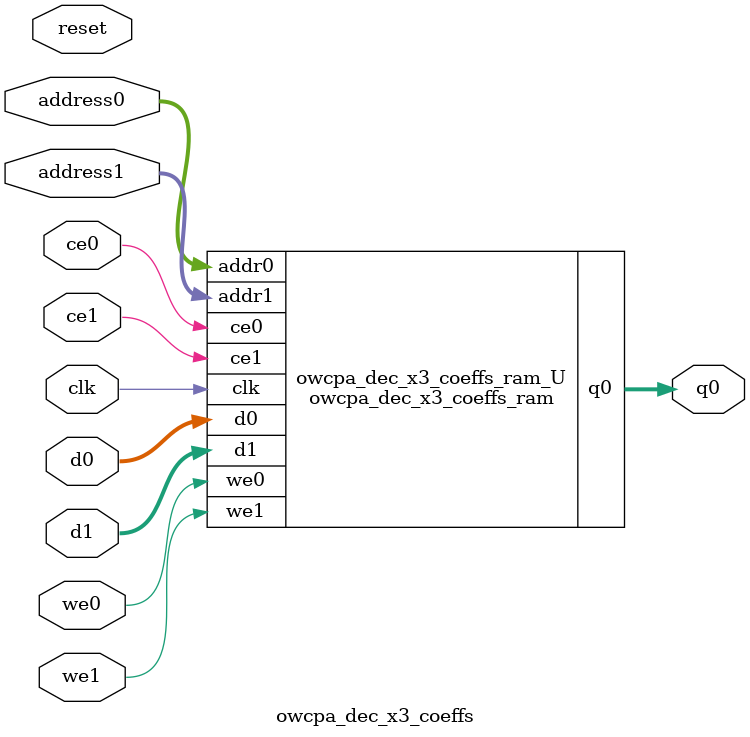
<source format=v>
`timescale 1 ns / 1 ps
module owcpa_dec_x3_coeffs_ram (addr0, ce0, d0, we0, q0, addr1, ce1, d1, we1,  clk);

parameter DWIDTH = 16;
parameter AWIDTH = 10;
parameter MEM_SIZE = 821;

input[AWIDTH-1:0] addr0;
input ce0;
input[DWIDTH-1:0] d0;
input we0;
output reg[DWIDTH-1:0] q0;
input[AWIDTH-1:0] addr1;
input ce1;
input[DWIDTH-1:0] d1;
input we1;
input clk;

(* ram_style = "block" *)reg [DWIDTH-1:0] ram[0:MEM_SIZE-1];




always @(posedge clk)  
begin 
    if (ce0) 
    begin
        if (we0) 
        begin 
            ram[addr0] <= d0; 
        end 
        q0 <= ram[addr0];
    end
end


always @(posedge clk)  
begin 
    if (ce1) 
    begin
        if (we1) 
        begin 
            ram[addr1] <= d1; 
        end 
    end
end


endmodule

`timescale 1 ns / 1 ps
module owcpa_dec_x3_coeffs(
    reset,
    clk,
    address0,
    ce0,
    we0,
    d0,
    q0,
    address1,
    ce1,
    we1,
    d1);

parameter DataWidth = 32'd16;
parameter AddressRange = 32'd821;
parameter AddressWidth = 32'd10;
input reset;
input clk;
input[AddressWidth - 1:0] address0;
input ce0;
input we0;
input[DataWidth - 1:0] d0;
output[DataWidth - 1:0] q0;
input[AddressWidth - 1:0] address1;
input ce1;
input we1;
input[DataWidth - 1:0] d1;



owcpa_dec_x3_coeffs_ram owcpa_dec_x3_coeffs_ram_U(
    .clk( clk ),
    .addr0( address0 ),
    .ce0( ce0 ),
    .we0( we0 ),
    .d0( d0 ),
    .q0( q0 ),
    .addr1( address1 ),
    .ce1( ce1 ),
    .we1( we1 ),
    .d1( d1 ));

endmodule


</source>
